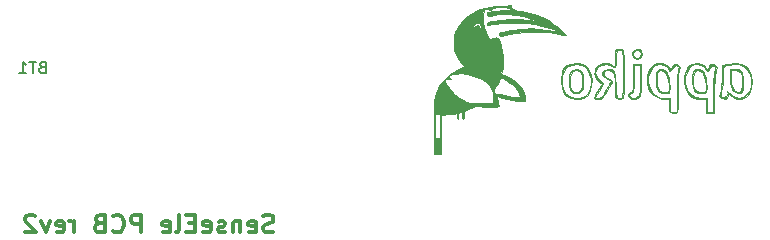
<source format=gbo>
G04 #@! TF.GenerationSoftware,KiCad,Pcbnew,5.1.5-52549c5~84~ubuntu18.04.1*
G04 #@! TF.CreationDate,2020-01-10T15:39:39+05:30*
G04 #@! TF.ProjectId,senseEle_PCB_Antenna_rev2,73656e73-6545-46c6-955f-5043425f416e,rev?*
G04 #@! TF.SameCoordinates,Original*
G04 #@! TF.FileFunction,Legend,Bot*
G04 #@! TF.FilePolarity,Positive*
%FSLAX46Y46*%
G04 Gerber Fmt 4.6, Leading zero omitted, Abs format (unit mm)*
G04 Created by KiCad (PCBNEW 5.1.5-52549c5~84~ubuntu18.04.1) date 2020-01-10 15:39:39*
%MOMM*%
%LPD*%
G04 APERTURE LIST*
%ADD10C,0.300000*%
%ADD11C,0.010000*%
%ADD12C,0.150000*%
G04 APERTURE END LIST*
D10*
X37950000Y-45857142D02*
X37735714Y-45928571D01*
X37378571Y-45928571D01*
X37235714Y-45857142D01*
X37164285Y-45785714D01*
X37092857Y-45642857D01*
X37092857Y-45500000D01*
X37164285Y-45357142D01*
X37235714Y-45285714D01*
X37378571Y-45214285D01*
X37664285Y-45142857D01*
X37807142Y-45071428D01*
X37878571Y-45000000D01*
X37950000Y-44857142D01*
X37950000Y-44714285D01*
X37878571Y-44571428D01*
X37807142Y-44500000D01*
X37664285Y-44428571D01*
X37307142Y-44428571D01*
X37092857Y-44500000D01*
X35878571Y-45857142D02*
X36021428Y-45928571D01*
X36307142Y-45928571D01*
X36450000Y-45857142D01*
X36521428Y-45714285D01*
X36521428Y-45142857D01*
X36450000Y-45000000D01*
X36307142Y-44928571D01*
X36021428Y-44928571D01*
X35878571Y-45000000D01*
X35807142Y-45142857D01*
X35807142Y-45285714D01*
X36521428Y-45428571D01*
X35164285Y-44928571D02*
X35164285Y-45928571D01*
X35164285Y-45071428D02*
X35092857Y-45000000D01*
X34950000Y-44928571D01*
X34735714Y-44928571D01*
X34592857Y-45000000D01*
X34521428Y-45142857D01*
X34521428Y-45928571D01*
X33878571Y-45857142D02*
X33735714Y-45928571D01*
X33450000Y-45928571D01*
X33307142Y-45857142D01*
X33235714Y-45714285D01*
X33235714Y-45642857D01*
X33307142Y-45500000D01*
X33450000Y-45428571D01*
X33664285Y-45428571D01*
X33807142Y-45357142D01*
X33878571Y-45214285D01*
X33878571Y-45142857D01*
X33807142Y-45000000D01*
X33664285Y-44928571D01*
X33450000Y-44928571D01*
X33307142Y-45000000D01*
X32021428Y-45857142D02*
X32164285Y-45928571D01*
X32449999Y-45928571D01*
X32592857Y-45857142D01*
X32664285Y-45714285D01*
X32664285Y-45142857D01*
X32592857Y-45000000D01*
X32449999Y-44928571D01*
X32164285Y-44928571D01*
X32021428Y-45000000D01*
X31949999Y-45142857D01*
X31949999Y-45285714D01*
X32664285Y-45428571D01*
X31307142Y-45142857D02*
X30807142Y-45142857D01*
X30592857Y-45928571D02*
X31307142Y-45928571D01*
X31307142Y-44428571D01*
X30592857Y-44428571D01*
X29735714Y-45928571D02*
X29878571Y-45857142D01*
X29950000Y-45714285D01*
X29950000Y-44428571D01*
X28592857Y-45857142D02*
X28735714Y-45928571D01*
X29021428Y-45928571D01*
X29164285Y-45857142D01*
X29235714Y-45714285D01*
X29235714Y-45142857D01*
X29164285Y-45000000D01*
X29021428Y-44928571D01*
X28735714Y-44928571D01*
X28592857Y-45000000D01*
X28521428Y-45142857D01*
X28521428Y-45285714D01*
X29235714Y-45428571D01*
X26735714Y-45928571D02*
X26735714Y-44428571D01*
X26164285Y-44428571D01*
X26021428Y-44500000D01*
X25950000Y-44571428D01*
X25878571Y-44714285D01*
X25878571Y-44928571D01*
X25950000Y-45071428D01*
X26021428Y-45142857D01*
X26164285Y-45214285D01*
X26735714Y-45214285D01*
X24378571Y-45785714D02*
X24449999Y-45857142D01*
X24664285Y-45928571D01*
X24807142Y-45928571D01*
X25021428Y-45857142D01*
X25164285Y-45714285D01*
X25235714Y-45571428D01*
X25307142Y-45285714D01*
X25307142Y-45071428D01*
X25235714Y-44785714D01*
X25164285Y-44642857D01*
X25021428Y-44500000D01*
X24807142Y-44428571D01*
X24664285Y-44428571D01*
X24449999Y-44500000D01*
X24378571Y-44571428D01*
X23235714Y-45142857D02*
X23021428Y-45214285D01*
X22949999Y-45285714D01*
X22878571Y-45428571D01*
X22878571Y-45642857D01*
X22949999Y-45785714D01*
X23021428Y-45857142D01*
X23164285Y-45928571D01*
X23735714Y-45928571D01*
X23735714Y-44428571D01*
X23235714Y-44428571D01*
X23092857Y-44500000D01*
X23021428Y-44571428D01*
X22949999Y-44714285D01*
X22949999Y-44857142D01*
X23021428Y-45000000D01*
X23092857Y-45071428D01*
X23235714Y-45142857D01*
X23735714Y-45142857D01*
X21092857Y-45928571D02*
X21092857Y-44928571D01*
X21092857Y-45214285D02*
X21021428Y-45071428D01*
X20949999Y-45000000D01*
X20807142Y-44928571D01*
X20664285Y-44928571D01*
X19592857Y-45857142D02*
X19735714Y-45928571D01*
X20021428Y-45928571D01*
X20164285Y-45857142D01*
X20235714Y-45714285D01*
X20235714Y-45142857D01*
X20164285Y-45000000D01*
X20021428Y-44928571D01*
X19735714Y-44928571D01*
X19592857Y-45000000D01*
X19521428Y-45142857D01*
X19521428Y-45285714D01*
X20235714Y-45428571D01*
X19021428Y-44928571D02*
X18664285Y-45928571D01*
X18307142Y-44928571D01*
X17807142Y-44571428D02*
X17735714Y-44500000D01*
X17592857Y-44428571D01*
X17235714Y-44428571D01*
X17092857Y-44500000D01*
X17021428Y-44571428D01*
X16949999Y-44714285D01*
X16949999Y-44857142D01*
X17021428Y-45071428D01*
X17878571Y-45928571D01*
X16949999Y-45928571D01*
D11*
G36*
X63310086Y-32158463D02*
G01*
X63107113Y-32352763D01*
X62995494Y-32681929D01*
X62973211Y-33150323D01*
X62993168Y-33421177D01*
X63050167Y-33774849D01*
X63148223Y-33990187D01*
X63311960Y-34097392D01*
X63566004Y-34126665D01*
X63568416Y-34126666D01*
X63817738Y-34097706D01*
X63978688Y-33987341D01*
X64041147Y-33903257D01*
X64139524Y-33659845D01*
X64183722Y-33297548D01*
X64184999Y-33234842D01*
X64111538Y-33234842D01*
X64069734Y-33568279D01*
X63979573Y-33819898D01*
X63941592Y-33872013D01*
X63720440Y-34011168D01*
X63470016Y-34020994D01*
X63250629Y-33907981D01*
X63161013Y-33788000D01*
X63071563Y-33493662D01*
X63048040Y-33140937D01*
X63084262Y-32783199D01*
X63174047Y-32473820D01*
X63311213Y-32266173D01*
X63339842Y-32244129D01*
X63570062Y-32181894D01*
X63816466Y-32250836D01*
X63945310Y-32353428D01*
X64049475Y-32566437D01*
X64104835Y-32880568D01*
X64111538Y-33234842D01*
X64184999Y-33234842D01*
X64187530Y-33110666D01*
X64156617Y-32652512D01*
X64058740Y-32339505D01*
X63886188Y-32158167D01*
X63631251Y-32095016D01*
X63606430Y-32094666D01*
X63310086Y-32158463D01*
G37*
X63310086Y-32158463D02*
X63107113Y-32352763D01*
X62995494Y-32681929D01*
X62973211Y-33150323D01*
X62993168Y-33421177D01*
X63050167Y-33774849D01*
X63148223Y-33990187D01*
X63311960Y-34097392D01*
X63566004Y-34126665D01*
X63568416Y-34126666D01*
X63817738Y-34097706D01*
X63978688Y-33987341D01*
X64041147Y-33903257D01*
X64139524Y-33659845D01*
X64183722Y-33297548D01*
X64184999Y-33234842D01*
X64111538Y-33234842D01*
X64069734Y-33568279D01*
X63979573Y-33819898D01*
X63941592Y-33872013D01*
X63720440Y-34011168D01*
X63470016Y-34020994D01*
X63250629Y-33907981D01*
X63161013Y-33788000D01*
X63071563Y-33493662D01*
X63048040Y-33140937D01*
X63084262Y-32783199D01*
X63174047Y-32473820D01*
X63311213Y-32266173D01*
X63339842Y-32244129D01*
X63570062Y-32181894D01*
X63816466Y-32250836D01*
X63945310Y-32353428D01*
X64049475Y-32566437D01*
X64104835Y-32880568D01*
X64111538Y-33234842D01*
X64184999Y-33234842D01*
X64187530Y-33110666D01*
X64156617Y-32652512D01*
X64058740Y-32339505D01*
X63886188Y-32158167D01*
X63631251Y-32095016D01*
X63606430Y-32094666D01*
X63310086Y-32158463D01*
G36*
X76344667Y-33999666D02*
G01*
X76387000Y-34042000D01*
X76429334Y-33999666D01*
X76387000Y-33957333D01*
X76344667Y-33999666D01*
G37*
X76344667Y-33999666D02*
X76387000Y-34042000D01*
X76429334Y-33999666D01*
X76387000Y-33957333D01*
X76344667Y-33999666D01*
G36*
X76611410Y-32850601D02*
G01*
X76635343Y-33251466D01*
X76675785Y-33526898D01*
X76741848Y-33720634D01*
X76818705Y-33845434D01*
X77031655Y-34033283D01*
X77280276Y-34113810D01*
X77510933Y-34077293D01*
X77621879Y-33991027D01*
X77698452Y-33803570D01*
X77739769Y-33505368D01*
X77746827Y-33151085D01*
X77746665Y-33148876D01*
X77657000Y-33148876D01*
X77625807Y-33590250D01*
X77535977Y-33887726D01*
X77393132Y-34036079D01*
X77202896Y-34030084D01*
X76970893Y-33864515D01*
X76930926Y-33823562D01*
X76826285Y-33690314D01*
X76760410Y-33532203D01*
X76721733Y-33303410D01*
X76698687Y-32958115D01*
X76695812Y-32892229D01*
X76665957Y-32179333D01*
X77000190Y-32179333D01*
X77291785Y-32215288D01*
X77487607Y-32337970D01*
X77602713Y-32569603D01*
X77652159Y-32932413D01*
X77657000Y-33148876D01*
X77746665Y-33148876D01*
X77720618Y-32795386D01*
X77662138Y-32492933D01*
X77591549Y-32324132D01*
X77476779Y-32184334D01*
X77331971Y-32116137D01*
X77095890Y-32095311D01*
X77011625Y-32094666D01*
X76581819Y-32094666D01*
X76611410Y-32850601D01*
G37*
X76611410Y-32850601D02*
X76635343Y-33251466D01*
X76675785Y-33526898D01*
X76741848Y-33720634D01*
X76818705Y-33845434D01*
X77031655Y-34033283D01*
X77280276Y-34113810D01*
X77510933Y-34077293D01*
X77621879Y-33991027D01*
X77698452Y-33803570D01*
X77739769Y-33505368D01*
X77746827Y-33151085D01*
X77746665Y-33148876D01*
X77657000Y-33148876D01*
X77625807Y-33590250D01*
X77535977Y-33887726D01*
X77393132Y-34036079D01*
X77202896Y-34030084D01*
X76970893Y-33864515D01*
X76930926Y-33823562D01*
X76826285Y-33690314D01*
X76760410Y-33532203D01*
X76721733Y-33303410D01*
X76698687Y-32958115D01*
X76695812Y-32892229D01*
X76665957Y-32179333D01*
X77000190Y-32179333D01*
X77291785Y-32215288D01*
X77487607Y-32337970D01*
X77602713Y-32569603D01*
X77652159Y-32932413D01*
X77657000Y-33148876D01*
X77746665Y-33148876D01*
X77720618Y-32795386D01*
X77662138Y-32492933D01*
X77591549Y-32324132D01*
X77476779Y-32184334D01*
X77331971Y-32116137D01*
X77095890Y-32095311D01*
X77011625Y-32094666D01*
X76581819Y-32094666D01*
X76611410Y-32850601D01*
G36*
X70603795Y-32123056D02*
G01*
X70454012Y-32218209D01*
X70363331Y-32419772D01*
X70318726Y-32751006D01*
X70308450Y-33034753D01*
X70331752Y-33486984D01*
X70427153Y-33800606D01*
X70608471Y-33995997D01*
X70889526Y-34093535D01*
X71037604Y-34110026D01*
X71279309Y-34117054D01*
X71404766Y-34081119D01*
X71465878Y-33979230D01*
X71484653Y-33911998D01*
X71504044Y-33710205D01*
X71435091Y-33710205D01*
X71405567Y-33909306D01*
X71283616Y-34020795D01*
X71074834Y-34046307D01*
X70834883Y-33991354D01*
X70619423Y-33861450D01*
X70585187Y-33828048D01*
X70476574Y-33689431D01*
X70417000Y-33530682D01*
X70393908Y-33298943D01*
X70393336Y-33020573D01*
X70413218Y-32688865D01*
X70456593Y-32428945D01*
X70508827Y-32298910D01*
X70689587Y-32193344D01*
X70906937Y-32222626D01*
X71115029Y-32373691D01*
X71205099Y-32497309D01*
X71298817Y-32733179D01*
X71374322Y-33055742D01*
X71422713Y-33402313D01*
X71435091Y-33710205D01*
X71504044Y-33710205D01*
X71514431Y-33602126D01*
X71487653Y-33210408D01*
X71414094Y-32810796D01*
X71303528Y-32477246D01*
X71291715Y-32452215D01*
X71164318Y-32240879D01*
X71014703Y-32142550D01*
X70825705Y-32111052D01*
X70603795Y-32123056D01*
G37*
X70603795Y-32123056D02*
X70454012Y-32218209D01*
X70363331Y-32419772D01*
X70318726Y-32751006D01*
X70308450Y-33034753D01*
X70331752Y-33486984D01*
X70427153Y-33800606D01*
X70608471Y-33995997D01*
X70889526Y-34093535D01*
X71037604Y-34110026D01*
X71279309Y-34117054D01*
X71404766Y-34081119D01*
X71465878Y-33979230D01*
X71484653Y-33911998D01*
X71504044Y-33710205D01*
X71435091Y-33710205D01*
X71405567Y-33909306D01*
X71283616Y-34020795D01*
X71074834Y-34046307D01*
X70834883Y-33991354D01*
X70619423Y-33861450D01*
X70585187Y-33828048D01*
X70476574Y-33689431D01*
X70417000Y-33530682D01*
X70393908Y-33298943D01*
X70393336Y-33020573D01*
X70413218Y-32688865D01*
X70456593Y-32428945D01*
X70508827Y-32298910D01*
X70689587Y-32193344D01*
X70906937Y-32222626D01*
X71115029Y-32373691D01*
X71205099Y-32497309D01*
X71298817Y-32733179D01*
X71374322Y-33055742D01*
X71422713Y-33402313D01*
X71435091Y-33710205D01*
X71504044Y-33710205D01*
X71514431Y-33602126D01*
X71487653Y-33210408D01*
X71414094Y-32810796D01*
X71303528Y-32477246D01*
X71291715Y-32452215D01*
X71164318Y-32240879D01*
X71014703Y-32142550D01*
X70825705Y-32111052D01*
X70603795Y-32123056D01*
G36*
X73742282Y-32117084D02*
G01*
X73599011Y-32198254D01*
X73504848Y-32384192D01*
X73436082Y-32704529D01*
X73424681Y-32778019D01*
X73411349Y-33149421D01*
X73467102Y-33524137D01*
X73578576Y-33839884D01*
X73685952Y-33995856D01*
X73869289Y-34086849D01*
X74153845Y-34126207D01*
X74190102Y-34126666D01*
X74427928Y-34114709D01*
X74550330Y-34060668D01*
X74610569Y-33937289D01*
X74618456Y-33907471D01*
X74637193Y-33710246D01*
X74567768Y-33710246D01*
X74538234Y-33909306D01*
X74418367Y-34013887D01*
X74209060Y-34044904D01*
X73971733Y-34005703D01*
X73767804Y-33899631D01*
X73731347Y-33865340D01*
X73599801Y-33656292D01*
X73512440Y-33399067D01*
X73511795Y-33395670D01*
X73487946Y-33099095D01*
X73509543Y-32776782D01*
X73567719Y-32487823D01*
X73653603Y-32291310D01*
X73682211Y-32260228D01*
X73887165Y-32185842D01*
X74110003Y-32254490D01*
X74308507Y-32450901D01*
X74337619Y-32497309D01*
X74431406Y-32733164D01*
X74506966Y-33055736D01*
X74555389Y-33402328D01*
X74567768Y-33710246D01*
X74637193Y-33710246D01*
X74647516Y-33601595D01*
X74620718Y-33213186D01*
X74547870Y-32815795D01*
X74438781Y-32482971D01*
X74424382Y-32452215D01*
X74296985Y-32240879D01*
X74147370Y-32142550D01*
X73958371Y-32111052D01*
X73742282Y-32117084D01*
G37*
X73742282Y-32117084D02*
X73599011Y-32198254D01*
X73504848Y-32384192D01*
X73436082Y-32704529D01*
X73424681Y-32778019D01*
X73411349Y-33149421D01*
X73467102Y-33524137D01*
X73578576Y-33839884D01*
X73685952Y-33995856D01*
X73869289Y-34086849D01*
X74153845Y-34126207D01*
X74190102Y-34126666D01*
X74427928Y-34114709D01*
X74550330Y-34060668D01*
X74610569Y-33937289D01*
X74618456Y-33907471D01*
X74637193Y-33710246D01*
X74567768Y-33710246D01*
X74538234Y-33909306D01*
X74418367Y-34013887D01*
X74209060Y-34044904D01*
X73971733Y-34005703D01*
X73767804Y-33899631D01*
X73731347Y-33865340D01*
X73599801Y-33656292D01*
X73512440Y-33399067D01*
X73511795Y-33395670D01*
X73487946Y-33099095D01*
X73509543Y-32776782D01*
X73567719Y-32487823D01*
X73653603Y-32291310D01*
X73682211Y-32260228D01*
X73887165Y-32185842D01*
X74110003Y-32254490D01*
X74308507Y-32450901D01*
X74337619Y-32497309D01*
X74431406Y-32733164D01*
X74506966Y-33055736D01*
X74555389Y-33402328D01*
X74567768Y-33710246D01*
X74637193Y-33710246D01*
X74647516Y-33601595D01*
X74620718Y-33213186D01*
X74547870Y-32815795D01*
X74438781Y-32482971D01*
X74424382Y-32452215D01*
X74296985Y-32240879D01*
X74147370Y-32142550D01*
X73958371Y-32111052D01*
X73742282Y-32117084D01*
G36*
X68476448Y-30442142D02*
G01*
X68324103Y-30618140D01*
X68292253Y-30854459D01*
X68366978Y-31050787D01*
X68520765Y-31161064D01*
X68749456Y-31207644D01*
X68965820Y-31175667D01*
X68999834Y-31158598D01*
X69110102Y-31007120D01*
X69143345Y-30789455D01*
X69039827Y-30789455D01*
X69007497Y-30991151D01*
X68977755Y-31037432D01*
X68840909Y-31147992D01*
X68677498Y-31135250D01*
X68549768Y-31075687D01*
X68412832Y-30929488D01*
X68395516Y-30743329D01*
X68473991Y-30567228D01*
X68624427Y-30451205D01*
X68822998Y-30445280D01*
X68846265Y-30453309D01*
X68979883Y-30582632D01*
X69039827Y-30789455D01*
X69143345Y-30789455D01*
X69145245Y-30777018D01*
X69097219Y-30545148D01*
X69069486Y-30493055D01*
X68937829Y-30408676D01*
X68726921Y-30373115D01*
X68724667Y-30373111D01*
X68476448Y-30442142D01*
G37*
X68476448Y-30442142D02*
X68324103Y-30618140D01*
X68292253Y-30854459D01*
X68366978Y-31050787D01*
X68520765Y-31161064D01*
X68749456Y-31207644D01*
X68965820Y-31175667D01*
X68999834Y-31158598D01*
X69110102Y-31007120D01*
X69143345Y-30789455D01*
X69039827Y-30789455D01*
X69007497Y-30991151D01*
X68977755Y-31037432D01*
X68840909Y-31147992D01*
X68677498Y-31135250D01*
X68549768Y-31075687D01*
X68412832Y-30929488D01*
X68395516Y-30743329D01*
X68473991Y-30567228D01*
X68624427Y-30451205D01*
X68822998Y-30445280D01*
X68846265Y-30453309D01*
X68979883Y-30582632D01*
X69039827Y-30789455D01*
X69143345Y-30789455D01*
X69145245Y-30777018D01*
X69097219Y-30545148D01*
X69069486Y-30493055D01*
X68937829Y-30408676D01*
X68726921Y-30373115D01*
X68724667Y-30373111D01*
X68476448Y-30442142D01*
G36*
X63140214Y-31632087D02*
G01*
X62772458Y-31772309D01*
X62513150Y-32034729D01*
X62356121Y-32426219D01*
X62295199Y-32953651D01*
X62294067Y-33086780D01*
X62347593Y-33643920D01*
X62503056Y-34068687D01*
X62766081Y-34367985D01*
X63142291Y-34548714D01*
X63537696Y-34613180D01*
X63903459Y-34613141D01*
X64182187Y-34548197D01*
X64322000Y-34482087D01*
X64587057Y-34246204D01*
X64772077Y-33899741D01*
X64876144Y-33481828D01*
X64883290Y-33336863D01*
X64814627Y-33336863D01*
X64731773Y-33759482D01*
X64554154Y-34121745D01*
X64292977Y-34375900D01*
X63932592Y-34516791D01*
X63519403Y-34541553D01*
X63124108Y-34449901D01*
X62987727Y-34381124D01*
X62674268Y-34124090D01*
X62478453Y-33793046D01*
X62386424Y-33358684D01*
X62374984Y-33085295D01*
X62408185Y-32605782D01*
X62518149Y-32247441D01*
X62719509Y-31973922D01*
X62873293Y-31847341D01*
X63197114Y-31707985D01*
X63589054Y-31670919D01*
X63982113Y-31736373D01*
X64221090Y-31842732D01*
X64505947Y-32106823D01*
X64700579Y-32470538D01*
X64803851Y-32893883D01*
X64814627Y-33336863D01*
X64883290Y-33336863D01*
X64898340Y-33031599D01*
X64837748Y-32588184D01*
X64693452Y-32190715D01*
X64464534Y-31878325D01*
X64384589Y-31811013D01*
X64114682Y-31681410D01*
X63722814Y-31614168D01*
X63622589Y-31607191D01*
X63140214Y-31632087D01*
G37*
X63140214Y-31632087D02*
X62772458Y-31772309D01*
X62513150Y-32034729D01*
X62356121Y-32426219D01*
X62295199Y-32953651D01*
X62294067Y-33086780D01*
X62347593Y-33643920D01*
X62503056Y-34068687D01*
X62766081Y-34367985D01*
X63142291Y-34548714D01*
X63537696Y-34613180D01*
X63903459Y-34613141D01*
X64182187Y-34548197D01*
X64322000Y-34482087D01*
X64587057Y-34246204D01*
X64772077Y-33899741D01*
X64876144Y-33481828D01*
X64883290Y-33336863D01*
X64814627Y-33336863D01*
X64731773Y-33759482D01*
X64554154Y-34121745D01*
X64292977Y-34375900D01*
X63932592Y-34516791D01*
X63519403Y-34541553D01*
X63124108Y-34449901D01*
X62987727Y-34381124D01*
X62674268Y-34124090D01*
X62478453Y-33793046D01*
X62386424Y-33358684D01*
X62374984Y-33085295D01*
X62408185Y-32605782D01*
X62518149Y-32247441D01*
X62719509Y-31973922D01*
X62873293Y-31847341D01*
X63197114Y-31707985D01*
X63589054Y-31670919D01*
X63982113Y-31736373D01*
X64221090Y-31842732D01*
X64505947Y-32106823D01*
X64700579Y-32470538D01*
X64803851Y-32893883D01*
X64814627Y-33336863D01*
X64883290Y-33336863D01*
X64898340Y-33031599D01*
X64837748Y-32588184D01*
X64693452Y-32190715D01*
X64464534Y-31878325D01*
X64384589Y-31811013D01*
X64114682Y-31681410D01*
X63722814Y-31614168D01*
X63622589Y-31607191D01*
X63140214Y-31632087D01*
G36*
X66967834Y-30391961D02*
G01*
X66912944Y-30453894D01*
X66879013Y-30640048D01*
X66863573Y-30968542D01*
X66862000Y-31169380D01*
X66859347Y-31528763D01*
X66847930Y-31744376D01*
X66822560Y-31841746D01*
X66778051Y-31846397D01*
X66732279Y-31807706D01*
X66509320Y-31680091D01*
X66187794Y-31609324D01*
X65832349Y-31607148D01*
X65718360Y-31623534D01*
X65415713Y-31757072D01*
X65218810Y-32014254D01*
X65139531Y-32377784D01*
X65138965Y-32467030D01*
X65171987Y-32716060D01*
X65281775Y-32907949D01*
X65448207Y-33069601D01*
X65748455Y-33329145D01*
X65409806Y-33861776D01*
X65251362Y-34135318D01*
X65146383Y-34364659D01*
X65114896Y-34505113D01*
X65117255Y-34514537D01*
X65230809Y-34603915D01*
X65433266Y-34631033D01*
X65655481Y-34594415D01*
X65787445Y-34528833D01*
X65899695Y-34404301D01*
X66056731Y-34180265D01*
X66232041Y-33901349D01*
X66399114Y-33612183D01*
X66531439Y-33357391D01*
X66602504Y-33181602D01*
X66608000Y-33147583D01*
X66538378Y-33039288D01*
X66367286Y-32920647D01*
X66332049Y-32902997D01*
X66067575Y-32733584D01*
X65916885Y-32544063D01*
X65899588Y-32364315D01*
X65936173Y-32299698D01*
X66125950Y-32188498D01*
X66367298Y-32196069D01*
X66599831Y-32314146D01*
X66686522Y-32402418D01*
X66764495Y-32520828D01*
X66815553Y-32663418D01*
X66845171Y-32866900D01*
X66858826Y-33167985D01*
X66862000Y-33578692D01*
X66865744Y-34004929D01*
X66879517Y-34290572D01*
X66907138Y-34464248D01*
X66952421Y-34554583D01*
X66995925Y-34583274D01*
X67296775Y-34624982D01*
X67518167Y-34578593D01*
X67553997Y-34522134D01*
X67581369Y-34374817D01*
X67601104Y-34120907D01*
X67614023Y-33744669D01*
X67620947Y-33230367D01*
X67622704Y-32574444D01*
X67620266Y-32110324D01*
X67539345Y-32110324D01*
X67539334Y-32501231D01*
X67536801Y-33057747D01*
X67529701Y-33556986D01*
X67518780Y-33974249D01*
X67504785Y-34284836D01*
X67488462Y-34464048D01*
X67479002Y-34497442D01*
X67357075Y-34534526D01*
X67203836Y-34532720D01*
X67113605Y-34517286D01*
X67051692Y-34476744D01*
X67011090Y-34382392D01*
X66984793Y-34205528D01*
X66965795Y-33917453D01*
X66947091Y-33489464D01*
X66946667Y-33479173D01*
X66916602Y-32960113D01*
X66868140Y-32587157D01*
X66789819Y-32337221D01*
X66670176Y-32187218D01*
X66497746Y-32114062D01*
X66261066Y-32094667D01*
X66259190Y-32094666D01*
X65991647Y-32151063D01*
X65838831Y-32295253D01*
X65801566Y-32489730D01*
X65880672Y-32696991D01*
X66076973Y-32879533D01*
X66240282Y-32957664D01*
X66427451Y-33040829D01*
X66520918Y-33112698D01*
X66523334Y-33121607D01*
X66482087Y-33225387D01*
X66375170Y-33428859D01*
X66227816Y-33688851D01*
X66065257Y-33962189D01*
X65912729Y-34205701D01*
X65795463Y-34376214D01*
X65775072Y-34401833D01*
X65648243Y-34483462D01*
X65463568Y-34539187D01*
X65285309Y-34558013D01*
X65177730Y-34528944D01*
X65168667Y-34505591D01*
X65210719Y-34417640D01*
X65321836Y-34225960D01*
X65479460Y-33969226D01*
X65507334Y-33924942D01*
X65671071Y-33655550D01*
X65791295Y-33438434D01*
X65845078Y-33315369D01*
X65846000Y-33307939D01*
X65783849Y-33209582D01*
X65630160Y-33068696D01*
X65587745Y-33036241D01*
X65318950Y-32761820D01*
X65210980Y-32460537D01*
X65261179Y-32160393D01*
X65461282Y-31873005D01*
X65752428Y-31708000D01*
X66100656Y-31673540D01*
X66472001Y-31777782D01*
X66589375Y-31841284D01*
X66740130Y-31926075D01*
X66840385Y-31945969D01*
X66901960Y-31878374D01*
X66936670Y-31700701D01*
X66956333Y-31390359D01*
X66966164Y-31121000D01*
X66980949Y-30784601D01*
X67003697Y-30584852D01*
X67044036Y-30489079D01*
X67111596Y-30464605D01*
X67158334Y-30468855D01*
X67279274Y-30488046D01*
X67371477Y-30518828D01*
X67438840Y-30581976D01*
X67485256Y-30698264D01*
X67514620Y-30888469D01*
X67530826Y-31173363D01*
X67537770Y-31573724D01*
X67539345Y-32110324D01*
X67620266Y-32110324D01*
X67619746Y-32011499D01*
X67612159Y-31503251D01*
X67600718Y-31074829D01*
X67586197Y-30751363D01*
X67569373Y-30557985D01*
X67559204Y-30515835D01*
X67424803Y-30434420D01*
X67187177Y-30390780D01*
X66967834Y-30391961D01*
G37*
X66967834Y-30391961D02*
X66912944Y-30453894D01*
X66879013Y-30640048D01*
X66863573Y-30968542D01*
X66862000Y-31169380D01*
X66859347Y-31528763D01*
X66847930Y-31744376D01*
X66822560Y-31841746D01*
X66778051Y-31846397D01*
X66732279Y-31807706D01*
X66509320Y-31680091D01*
X66187794Y-31609324D01*
X65832349Y-31607148D01*
X65718360Y-31623534D01*
X65415713Y-31757072D01*
X65218810Y-32014254D01*
X65139531Y-32377784D01*
X65138965Y-32467030D01*
X65171987Y-32716060D01*
X65281775Y-32907949D01*
X65448207Y-33069601D01*
X65748455Y-33329145D01*
X65409806Y-33861776D01*
X65251362Y-34135318D01*
X65146383Y-34364659D01*
X65114896Y-34505113D01*
X65117255Y-34514537D01*
X65230809Y-34603915D01*
X65433266Y-34631033D01*
X65655481Y-34594415D01*
X65787445Y-34528833D01*
X65899695Y-34404301D01*
X66056731Y-34180265D01*
X66232041Y-33901349D01*
X66399114Y-33612183D01*
X66531439Y-33357391D01*
X66602504Y-33181602D01*
X66608000Y-33147583D01*
X66538378Y-33039288D01*
X66367286Y-32920647D01*
X66332049Y-32902997D01*
X66067575Y-32733584D01*
X65916885Y-32544063D01*
X65899588Y-32364315D01*
X65936173Y-32299698D01*
X66125950Y-32188498D01*
X66367298Y-32196069D01*
X66599831Y-32314146D01*
X66686522Y-32402418D01*
X66764495Y-32520828D01*
X66815553Y-32663418D01*
X66845171Y-32866900D01*
X66858826Y-33167985D01*
X66862000Y-33578692D01*
X66865744Y-34004929D01*
X66879517Y-34290572D01*
X66907138Y-34464248D01*
X66952421Y-34554583D01*
X66995925Y-34583274D01*
X67296775Y-34624982D01*
X67518167Y-34578593D01*
X67553997Y-34522134D01*
X67581369Y-34374817D01*
X67601104Y-34120907D01*
X67614023Y-33744669D01*
X67620947Y-33230367D01*
X67622704Y-32574444D01*
X67620266Y-32110324D01*
X67539345Y-32110324D01*
X67539334Y-32501231D01*
X67536801Y-33057747D01*
X67529701Y-33556986D01*
X67518780Y-33974249D01*
X67504785Y-34284836D01*
X67488462Y-34464048D01*
X67479002Y-34497442D01*
X67357075Y-34534526D01*
X67203836Y-34532720D01*
X67113605Y-34517286D01*
X67051692Y-34476744D01*
X67011090Y-34382392D01*
X66984793Y-34205528D01*
X66965795Y-33917453D01*
X66947091Y-33489464D01*
X66946667Y-33479173D01*
X66916602Y-32960113D01*
X66868140Y-32587157D01*
X66789819Y-32337221D01*
X66670176Y-32187218D01*
X66497746Y-32114062D01*
X66261066Y-32094667D01*
X66259190Y-32094666D01*
X65991647Y-32151063D01*
X65838831Y-32295253D01*
X65801566Y-32489730D01*
X65880672Y-32696991D01*
X66076973Y-32879533D01*
X66240282Y-32957664D01*
X66427451Y-33040829D01*
X66520918Y-33112698D01*
X66523334Y-33121607D01*
X66482087Y-33225387D01*
X66375170Y-33428859D01*
X66227816Y-33688851D01*
X66065257Y-33962189D01*
X65912729Y-34205701D01*
X65795463Y-34376214D01*
X65775072Y-34401833D01*
X65648243Y-34483462D01*
X65463568Y-34539187D01*
X65285309Y-34558013D01*
X65177730Y-34528944D01*
X65168667Y-34505591D01*
X65210719Y-34417640D01*
X65321836Y-34225960D01*
X65479460Y-33969226D01*
X65507334Y-33924942D01*
X65671071Y-33655550D01*
X65791295Y-33438434D01*
X65845078Y-33315369D01*
X65846000Y-33307939D01*
X65783849Y-33209582D01*
X65630160Y-33068696D01*
X65587745Y-33036241D01*
X65318950Y-32761820D01*
X65210980Y-32460537D01*
X65261179Y-32160393D01*
X65461282Y-31873005D01*
X65752428Y-31708000D01*
X66100656Y-31673540D01*
X66472001Y-31777782D01*
X66589375Y-31841284D01*
X66740130Y-31926075D01*
X66840385Y-31945969D01*
X66901960Y-31878374D01*
X66936670Y-31700701D01*
X66956333Y-31390359D01*
X66966164Y-31121000D01*
X66980949Y-30784601D01*
X67003697Y-30584852D01*
X67044036Y-30489079D01*
X67111596Y-30464605D01*
X67158334Y-30468855D01*
X67279274Y-30488046D01*
X67371477Y-30518828D01*
X67438840Y-30581976D01*
X67485256Y-30698264D01*
X67514620Y-30888469D01*
X67530826Y-31173363D01*
X67537770Y-31573724D01*
X67539345Y-32110324D01*
X67620266Y-32110324D01*
X67619746Y-32011499D01*
X67612159Y-31503251D01*
X67600718Y-31074829D01*
X67586197Y-30751363D01*
X67569373Y-30557985D01*
X67559204Y-30515835D01*
X67424803Y-30434420D01*
X67187177Y-30390780D01*
X66967834Y-30391961D01*
G36*
X68386000Y-32822259D02*
G01*
X68384283Y-33285675D01*
X68376667Y-33607064D01*
X68359458Y-33813718D01*
X68328963Y-33932929D01*
X68281486Y-33991990D01*
X68224495Y-34015420D01*
X68066174Y-34128961D01*
X68016436Y-34313746D01*
X68092849Y-34498227D01*
X68103252Y-34509156D01*
X68322908Y-34618665D01*
X68599586Y-34603090D01*
X68767000Y-34533494D01*
X68929600Y-34417891D01*
X68998537Y-34345569D01*
X69020260Y-34232526D01*
X69038851Y-33982002D01*
X69052849Y-33625838D01*
X69060793Y-33195878D01*
X69062037Y-32962500D01*
X69063248Y-31756000D01*
X68978667Y-31756000D01*
X68978667Y-32980368D01*
X68977126Y-33462157D01*
X68969889Y-33804184D01*
X68953034Y-34036008D01*
X68922641Y-34187190D01*
X68874789Y-34287292D01*
X68805556Y-34365874D01*
X68793369Y-34377368D01*
X68557708Y-34518985D01*
X68318606Y-34538933D01*
X68155550Y-34455016D01*
X68097602Y-34311157D01*
X68148724Y-34175378D01*
X68259000Y-34126666D01*
X68340642Y-34102742D01*
X68398809Y-34015698D01*
X68437179Y-33842625D01*
X68459427Y-33560615D01*
X68469229Y-33146759D01*
X68470667Y-32807408D01*
X68470667Y-31756000D01*
X68978667Y-31756000D01*
X69063248Y-31756000D01*
X69063334Y-31671333D01*
X68386000Y-31671333D01*
X68386000Y-32822259D01*
G37*
X68386000Y-32822259D02*
X68384283Y-33285675D01*
X68376667Y-33607064D01*
X68359458Y-33813718D01*
X68328963Y-33932929D01*
X68281486Y-33991990D01*
X68224495Y-34015420D01*
X68066174Y-34128961D01*
X68016436Y-34313746D01*
X68092849Y-34498227D01*
X68103252Y-34509156D01*
X68322908Y-34618665D01*
X68599586Y-34603090D01*
X68767000Y-34533494D01*
X68929600Y-34417891D01*
X68998537Y-34345569D01*
X69020260Y-34232526D01*
X69038851Y-33982002D01*
X69052849Y-33625838D01*
X69060793Y-33195878D01*
X69062037Y-32962500D01*
X69063248Y-31756000D01*
X68978667Y-31756000D01*
X68978667Y-32980368D01*
X68977126Y-33462157D01*
X68969889Y-33804184D01*
X68953034Y-34036008D01*
X68922641Y-34187190D01*
X68874789Y-34287292D01*
X68805556Y-34365874D01*
X68793369Y-34377368D01*
X68557708Y-34518985D01*
X68318606Y-34538933D01*
X68155550Y-34455016D01*
X68097602Y-34311157D01*
X68148724Y-34175378D01*
X68259000Y-34126666D01*
X68340642Y-34102742D01*
X68398809Y-34015698D01*
X68437179Y-33842625D01*
X68459427Y-33560615D01*
X68469229Y-33146759D01*
X68470667Y-32807408D01*
X68470667Y-31756000D01*
X68978667Y-31756000D01*
X69063248Y-31756000D01*
X69063334Y-31671333D01*
X68386000Y-31671333D01*
X68386000Y-32822259D01*
G36*
X76410265Y-31665652D02*
G01*
X76348835Y-31678349D01*
X75921334Y-31770031D01*
X75919314Y-32630849D01*
X75910190Y-33122143D01*
X75880058Y-33507442D01*
X75820799Y-33849593D01*
X75724293Y-34211442D01*
X75708318Y-34264087D01*
X75699238Y-34397253D01*
X75799348Y-34487486D01*
X75934608Y-34541940D01*
X76162425Y-34585938D01*
X76320349Y-34509474D01*
X76451605Y-34289728D01*
X76463295Y-34262826D01*
X76536801Y-34236996D01*
X76621415Y-34313838D01*
X76863503Y-34495608D01*
X77196538Y-34603983D01*
X77552417Y-34623687D01*
X77784000Y-34574601D01*
X78083459Y-34377254D01*
X78302053Y-34045827D01*
X78430241Y-33599818D01*
X78461334Y-33190505D01*
X78459129Y-33169725D01*
X78376667Y-33169725D01*
X78355265Y-33525512D01*
X78298591Y-33826862D01*
X78251359Y-33954062D01*
X78007991Y-34280143D01*
X77697376Y-34482187D01*
X77353659Y-34546658D01*
X77010986Y-34460025D01*
X76995268Y-34451896D01*
X76801251Y-34309800D01*
X76702184Y-34201443D01*
X76566275Y-34104631D01*
X76424359Y-34116194D01*
X76346499Y-34226155D01*
X76344667Y-34252358D01*
X76274983Y-34413449D01*
X76105501Y-34484889D01*
X75953171Y-34462258D01*
X75852613Y-34413156D01*
X75813830Y-34335978D01*
X75831091Y-34184105D01*
X75889671Y-33945557D01*
X75942235Y-33653957D01*
X75982439Y-33261573D01*
X76004000Y-32836844D01*
X76006000Y-32677940D01*
X76008008Y-32276898D01*
X76032414Y-32013228D01*
X76106791Y-31855047D01*
X76258713Y-31770472D01*
X76515753Y-31727619D01*
X76852667Y-31698952D01*
X77172514Y-31681854D01*
X77388907Y-31702409D01*
X77565743Y-31772441D01*
X77697319Y-31855257D01*
X78058443Y-32166238D01*
X78275772Y-32524162D01*
X78369368Y-32967850D01*
X78376667Y-33169725D01*
X78459129Y-33169725D01*
X78401377Y-32625540D01*
X78223893Y-32181488D01*
X77932461Y-31860912D01*
X77530659Y-31666372D01*
X77022068Y-31600432D01*
X76410265Y-31665652D01*
G37*
X76410265Y-31665652D02*
X76348835Y-31678349D01*
X75921334Y-31770031D01*
X75919314Y-32630849D01*
X75910190Y-33122143D01*
X75880058Y-33507442D01*
X75820799Y-33849593D01*
X75724293Y-34211442D01*
X75708318Y-34264087D01*
X75699238Y-34397253D01*
X75799348Y-34487486D01*
X75934608Y-34541940D01*
X76162425Y-34585938D01*
X76320349Y-34509474D01*
X76451605Y-34289728D01*
X76463295Y-34262826D01*
X76536801Y-34236996D01*
X76621415Y-34313838D01*
X76863503Y-34495608D01*
X77196538Y-34603983D01*
X77552417Y-34623687D01*
X77784000Y-34574601D01*
X78083459Y-34377254D01*
X78302053Y-34045827D01*
X78430241Y-33599818D01*
X78461334Y-33190505D01*
X78459129Y-33169725D01*
X78376667Y-33169725D01*
X78355265Y-33525512D01*
X78298591Y-33826862D01*
X78251359Y-33954062D01*
X78007991Y-34280143D01*
X77697376Y-34482187D01*
X77353659Y-34546658D01*
X77010986Y-34460025D01*
X76995268Y-34451896D01*
X76801251Y-34309800D01*
X76702184Y-34201443D01*
X76566275Y-34104631D01*
X76424359Y-34116194D01*
X76346499Y-34226155D01*
X76344667Y-34252358D01*
X76274983Y-34413449D01*
X76105501Y-34484889D01*
X75953171Y-34462258D01*
X75852613Y-34413156D01*
X75813830Y-34335978D01*
X75831091Y-34184105D01*
X75889671Y-33945557D01*
X75942235Y-33653957D01*
X75982439Y-33261573D01*
X76004000Y-32836844D01*
X76006000Y-32677940D01*
X76008008Y-32276898D01*
X76032414Y-32013228D01*
X76106791Y-31855047D01*
X76258713Y-31770472D01*
X76515753Y-31727619D01*
X76852667Y-31698952D01*
X77172514Y-31681854D01*
X77388907Y-31702409D01*
X77565743Y-31772441D01*
X77697319Y-31855257D01*
X78058443Y-32166238D01*
X78275772Y-32524162D01*
X78369368Y-32967850D01*
X78376667Y-33169725D01*
X78459129Y-33169725D01*
X78401377Y-32625540D01*
X78223893Y-32181488D01*
X77932461Y-31860912D01*
X77530659Y-31666372D01*
X77022068Y-31600432D01*
X76410265Y-31665652D01*
G36*
X70436363Y-31619334D02*
G01*
X70109545Y-31744541D01*
X69859949Y-31994522D01*
X69688550Y-32356601D01*
X69601249Y-32789756D01*
X69603946Y-33252959D01*
X69702543Y-33705188D01*
X69795707Y-33926405D01*
X70041832Y-34238578D01*
X70401317Y-34476559D01*
X70824775Y-34612918D01*
X71070940Y-34634666D01*
X71434000Y-34634666D01*
X71434000Y-35175941D01*
X71444732Y-35493653D01*
X71482133Y-35677634D01*
X71554008Y-35762430D01*
X71567925Y-35768608D01*
X71776203Y-35813002D01*
X71993867Y-35812081D01*
X72136315Y-35766593D01*
X72139556Y-35763555D01*
X72157212Y-35664957D01*
X72172610Y-35424291D01*
X72184823Y-35068816D01*
X72192927Y-34625791D01*
X72195996Y-34122476D01*
X72196000Y-34101211D01*
X72201617Y-33483107D01*
X72217668Y-32952427D01*
X72242955Y-32532767D01*
X72276279Y-32247722D01*
X72294232Y-32167443D01*
X72355265Y-31931856D01*
X72353315Y-31919274D01*
X72256927Y-31919274D01*
X72242734Y-32071598D01*
X72207453Y-32182875D01*
X72171612Y-32376637D01*
X72143205Y-32719474D01*
X72123242Y-33191246D01*
X72112731Y-33771817D01*
X72111334Y-34102331D01*
X72111334Y-35746062D01*
X71561000Y-35693000D01*
X71510930Y-34550000D01*
X71125428Y-34550000D01*
X70809684Y-34517284D01*
X70506666Y-34436063D01*
X70444407Y-34409767D01*
X70116266Y-34178846D01*
X69880771Y-33861737D01*
X69735258Y-33487571D01*
X69677064Y-33085478D01*
X69703525Y-32684591D01*
X69811977Y-32314041D01*
X69999756Y-32002958D01*
X70264199Y-31780473D01*
X70602640Y-31675719D01*
X70694819Y-31671333D01*
X70949722Y-31718942D01*
X71193623Y-31838872D01*
X71372711Y-31996775D01*
X71434000Y-32143145D01*
X71475155Y-32241956D01*
X71572803Y-32219869D01*
X71688219Y-32096012D01*
X71746398Y-31988833D01*
X71880165Y-31798486D01*
X72051469Y-31770201D01*
X72186286Y-31832871D01*
X72256927Y-31919274D01*
X72353315Y-31919274D01*
X72335839Y-31806565D01*
X72208614Y-31741080D01*
X72043452Y-31704323D01*
X71849297Y-31685987D01*
X71745086Y-31758653D01*
X71690001Y-31877738D01*
X71603751Y-32104593D01*
X71408060Y-31877090D01*
X71146520Y-31691077D01*
X70802662Y-31603121D01*
X70436363Y-31619334D01*
G37*
X70436363Y-31619334D02*
X70109545Y-31744541D01*
X69859949Y-31994522D01*
X69688550Y-32356601D01*
X69601249Y-32789756D01*
X69603946Y-33252959D01*
X69702543Y-33705188D01*
X69795707Y-33926405D01*
X70041832Y-34238578D01*
X70401317Y-34476559D01*
X70824775Y-34612918D01*
X71070940Y-34634666D01*
X71434000Y-34634666D01*
X71434000Y-35175941D01*
X71444732Y-35493653D01*
X71482133Y-35677634D01*
X71554008Y-35762430D01*
X71567925Y-35768608D01*
X71776203Y-35813002D01*
X71993867Y-35812081D01*
X72136315Y-35766593D01*
X72139556Y-35763555D01*
X72157212Y-35664957D01*
X72172610Y-35424291D01*
X72184823Y-35068816D01*
X72192927Y-34625791D01*
X72195996Y-34122476D01*
X72196000Y-34101211D01*
X72201617Y-33483107D01*
X72217668Y-32952427D01*
X72242955Y-32532767D01*
X72276279Y-32247722D01*
X72294232Y-32167443D01*
X72355265Y-31931856D01*
X72353315Y-31919274D01*
X72256927Y-31919274D01*
X72242734Y-32071598D01*
X72207453Y-32182875D01*
X72171612Y-32376637D01*
X72143205Y-32719474D01*
X72123242Y-33191246D01*
X72112731Y-33771817D01*
X72111334Y-34102331D01*
X72111334Y-35746062D01*
X71561000Y-35693000D01*
X71510930Y-34550000D01*
X71125428Y-34550000D01*
X70809684Y-34517284D01*
X70506666Y-34436063D01*
X70444407Y-34409767D01*
X70116266Y-34178846D01*
X69880771Y-33861737D01*
X69735258Y-33487571D01*
X69677064Y-33085478D01*
X69703525Y-32684591D01*
X69811977Y-32314041D01*
X69999756Y-32002958D01*
X70264199Y-31780473D01*
X70602640Y-31675719D01*
X70694819Y-31671333D01*
X70949722Y-31718942D01*
X71193623Y-31838872D01*
X71372711Y-31996775D01*
X71434000Y-32143145D01*
X71475155Y-32241956D01*
X71572803Y-32219869D01*
X71688219Y-32096012D01*
X71746398Y-31988833D01*
X71880165Y-31798486D01*
X72051469Y-31770201D01*
X72186286Y-31832871D01*
X72256927Y-31919274D01*
X72353315Y-31919274D01*
X72335839Y-31806565D01*
X72208614Y-31741080D01*
X72043452Y-31704323D01*
X71849297Y-31685987D01*
X71745086Y-31758653D01*
X71690001Y-31877738D01*
X71603751Y-32104593D01*
X71408060Y-31877090D01*
X71146520Y-31691077D01*
X70802662Y-31603121D01*
X70436363Y-31619334D01*
G36*
X73446943Y-31644874D02*
G01*
X73160377Y-31788619D01*
X73072757Y-31872266D01*
X72850470Y-32245163D01*
X72734087Y-32692238D01*
X72720307Y-33169854D01*
X72805828Y-33634375D01*
X72987348Y-34042165D01*
X73260098Y-34348469D01*
X73547887Y-34509092D01*
X73917708Y-34596601D01*
X74052053Y-34611521D01*
X74559452Y-34657530D01*
X74609000Y-35777666D01*
X74915596Y-35803294D01*
X75222191Y-35828921D01*
X75267524Y-34152294D01*
X75289356Y-33539233D01*
X75318746Y-33005597D01*
X75353821Y-32575940D01*
X75392708Y-32274818D01*
X75419612Y-32158238D01*
X75486771Y-31927318D01*
X75480155Y-31886464D01*
X75379603Y-31886464D01*
X75375088Y-32039328D01*
X75273899Y-32518337D01*
X75204524Y-33157711D01*
X75167494Y-33951398D01*
X75161036Y-34486500D01*
X75159334Y-35735333D01*
X74651334Y-35735333D01*
X74651334Y-34570352D01*
X74158964Y-34534737D01*
X73664365Y-34436120D01*
X73283857Y-34216053D01*
X73006919Y-33867743D01*
X72949994Y-33754042D01*
X72805217Y-33263304D01*
X72800761Y-32770812D01*
X72931812Y-32315715D01*
X73170399Y-31961075D01*
X73383463Y-31769418D01*
X73588400Y-31685721D01*
X73782080Y-31671333D01*
X74064643Y-31717032D01*
X74322712Y-31834102D01*
X74506333Y-31992501D01*
X74566667Y-32143145D01*
X74634575Y-32250030D01*
X74693667Y-32264000D01*
X74798709Y-32194107D01*
X74820667Y-32105033D01*
X74891514Y-31900976D01*
X75066928Y-31791463D01*
X75247678Y-31799500D01*
X75379603Y-31886464D01*
X75480155Y-31886464D01*
X75466862Y-31804386D01*
X75332275Y-31738879D01*
X75171203Y-31703340D01*
X74976375Y-31683419D01*
X74870669Y-31755564D01*
X74801223Y-31908185D01*
X74730843Y-32077468D01*
X74681786Y-32101979D01*
X74618029Y-31996274D01*
X74612178Y-31984562D01*
X74418620Y-31769777D01*
X74126362Y-31639122D01*
X73785704Y-31596264D01*
X73446943Y-31644874D01*
G37*
X73446943Y-31644874D02*
X73160377Y-31788619D01*
X73072757Y-31872266D01*
X72850470Y-32245163D01*
X72734087Y-32692238D01*
X72720307Y-33169854D01*
X72805828Y-33634375D01*
X72987348Y-34042165D01*
X73260098Y-34348469D01*
X73547887Y-34509092D01*
X73917708Y-34596601D01*
X74052053Y-34611521D01*
X74559452Y-34657530D01*
X74609000Y-35777666D01*
X74915596Y-35803294D01*
X75222191Y-35828921D01*
X75267524Y-34152294D01*
X75289356Y-33539233D01*
X75318746Y-33005597D01*
X75353821Y-32575940D01*
X75392708Y-32274818D01*
X75419612Y-32158238D01*
X75486771Y-31927318D01*
X75480155Y-31886464D01*
X75379603Y-31886464D01*
X75375088Y-32039328D01*
X75273899Y-32518337D01*
X75204524Y-33157711D01*
X75167494Y-33951398D01*
X75161036Y-34486500D01*
X75159334Y-35735333D01*
X74651334Y-35735333D01*
X74651334Y-34570352D01*
X74158964Y-34534737D01*
X73664365Y-34436120D01*
X73283857Y-34216053D01*
X73006919Y-33867743D01*
X72949994Y-33754042D01*
X72805217Y-33263304D01*
X72800761Y-32770812D01*
X72931812Y-32315715D01*
X73170399Y-31961075D01*
X73383463Y-31769418D01*
X73588400Y-31685721D01*
X73782080Y-31671333D01*
X74064643Y-31717032D01*
X74322712Y-31834102D01*
X74506333Y-31992501D01*
X74566667Y-32143145D01*
X74634575Y-32250030D01*
X74693667Y-32264000D01*
X74798709Y-32194107D01*
X74820667Y-32105033D01*
X74891514Y-31900976D01*
X75066928Y-31791463D01*
X75247678Y-31799500D01*
X75379603Y-31886464D01*
X75480155Y-31886464D01*
X75466862Y-31804386D01*
X75332275Y-31738879D01*
X75171203Y-31703340D01*
X74976375Y-31683419D01*
X74870669Y-31755564D01*
X74801223Y-31908185D01*
X74730843Y-32077468D01*
X74681786Y-32101979D01*
X74618029Y-31996274D01*
X74612178Y-31984562D01*
X74418620Y-31769777D01*
X74126362Y-31639122D01*
X73785704Y-31596264D01*
X73446943Y-31644874D01*
G36*
X57776652Y-26696466D02*
G01*
X57703638Y-26713616D01*
X57694285Y-26723806D01*
X57652021Y-26737710D01*
X57537571Y-26748991D01*
X57369453Y-26756331D01*
X57206696Y-26758484D01*
X56776270Y-26779364D01*
X56320004Y-26837289D01*
X55866711Y-26926592D01*
X55445204Y-27041601D01*
X55086556Y-27175641D01*
X54659210Y-27402828D01*
X54264659Y-27684719D01*
X53926065Y-28003689D01*
X53795394Y-28158125D01*
X53653573Y-28348131D01*
X53547047Y-28514901D01*
X53457950Y-28690244D01*
X53368417Y-28905973D01*
X53353142Y-28945619D01*
X53305972Y-29077158D01*
X53273470Y-29195599D01*
X53252980Y-29321019D01*
X53241848Y-29473497D01*
X53237420Y-29673112D01*
X53236876Y-29825000D01*
X53238549Y-30062942D01*
X53245332Y-30241593D01*
X53259870Y-30381010D01*
X53284808Y-30501248D01*
X53322791Y-30622362D01*
X53352694Y-30703145D01*
X53456847Y-30955429D01*
X53562950Y-31161142D01*
X53689825Y-31351702D01*
X53856297Y-31558529D01*
X53885576Y-31592585D01*
X53988566Y-31714388D01*
X54064258Y-31809204D01*
X54100751Y-31861904D01*
X54101954Y-31867686D01*
X54056809Y-31887527D01*
X53952210Y-31930233D01*
X53821834Y-31982188D01*
X53462904Y-32153850D01*
X53097195Y-32382572D01*
X52748374Y-32650645D01*
X52440105Y-32940357D01*
X52254421Y-33155147D01*
X51972815Y-33565429D01*
X51764282Y-33982756D01*
X51614741Y-34436197D01*
X51594498Y-34517599D01*
X51573649Y-34650805D01*
X51556324Y-34856211D01*
X51542596Y-35126701D01*
X51532535Y-35455159D01*
X51526216Y-35834467D01*
X51523711Y-36257508D01*
X51525091Y-36717167D01*
X51530429Y-37206326D01*
X51539798Y-37717868D01*
X51553269Y-38244678D01*
X51555754Y-38328046D01*
X51585597Y-39310312D01*
X52100831Y-39310312D01*
X52130674Y-38328046D01*
X52139554Y-38004944D01*
X52147391Y-37660789D01*
X52153767Y-37318838D01*
X52158265Y-37002343D01*
X52160465Y-36734560D01*
X52160616Y-36663603D01*
X52160714Y-35981426D01*
X52353482Y-35960940D01*
X52491601Y-35946303D01*
X52580791Y-35936875D01*
X52070000Y-35936875D01*
X52070000Y-37960937D01*
X51616428Y-37960937D01*
X51616428Y-35936875D01*
X52070000Y-35936875D01*
X52580791Y-35936875D01*
X52682904Y-35926081D01*
X52890512Y-35904171D01*
X52931785Y-35899820D01*
X53122041Y-35878101D01*
X53287778Y-35856202D01*
X53400406Y-35837990D01*
X53419375Y-35833870D01*
X53473789Y-35824814D01*
X53504341Y-35842346D01*
X53517902Y-35902443D01*
X53521342Y-36021080D01*
X53521428Y-36071152D01*
X53527735Y-36207776D01*
X53544490Y-36301522D01*
X53566785Y-36333750D01*
X53590136Y-36297090D01*
X53606242Y-36199044D01*
X53612142Y-36059819D01*
X53613843Y-35915402D01*
X53625021Y-35830102D01*
X53654790Y-35783661D01*
X53712263Y-35755822D01*
X53754982Y-35742319D01*
X53856433Y-35712678D01*
X53912094Y-35698877D01*
X53913732Y-35698750D01*
X53921121Y-35735304D01*
X53926685Y-35832446D01*
X53929483Y-35971390D01*
X53929642Y-36016250D01*
X53932847Y-36179156D01*
X53944474Y-36276922D01*
X53967543Y-36323642D01*
X53997678Y-36333750D01*
X54031775Y-36319297D01*
X54052606Y-36266705D01*
X54062982Y-36162118D01*
X54065714Y-35998315D01*
X54065714Y-35662880D01*
X54451851Y-35504549D01*
X54641088Y-35423693D01*
X54815218Y-35343587D01*
X54946028Y-35277412D01*
X54979909Y-35257793D01*
X55074789Y-35205537D01*
X55156345Y-35189354D01*
X55265441Y-35204857D01*
X55330825Y-35220132D01*
X55487154Y-35246478D01*
X55707703Y-35268691D01*
X55966046Y-35285629D01*
X56235754Y-35296149D01*
X56490398Y-35299109D01*
X56703550Y-35293367D01*
X56810080Y-35284071D01*
X57025705Y-35255778D01*
X56995477Y-34997614D01*
X56963962Y-34820725D01*
X56914913Y-34639298D01*
X56902727Y-34606133D01*
X56587910Y-34606133D01*
X56581499Y-34775749D01*
X56570950Y-34882574D01*
X56551046Y-34943183D01*
X56516571Y-34974154D01*
X56466840Y-34990894D01*
X56343584Y-35005736D01*
X56200160Y-35001503D01*
X56197500Y-35001199D01*
X56100888Y-34993945D01*
X55931852Y-34985338D01*
X55708648Y-34976141D01*
X55449534Y-34967119D01*
X55222321Y-34960368D01*
X54928622Y-34951741D01*
X54709912Y-34942997D01*
X54550490Y-34932211D01*
X54434652Y-34917461D01*
X54346699Y-34896821D01*
X54270927Y-34868367D01*
X54201785Y-34835301D01*
X53689868Y-34535917D01*
X53248505Y-34187553D01*
X52874114Y-33786964D01*
X52590601Y-33377665D01*
X52377556Y-33021112D01*
X52528577Y-32967192D01*
X52718547Y-32932312D01*
X52855297Y-32937855D01*
X53030996Y-32962439D01*
X52936033Y-32856804D01*
X52852146Y-32740660D01*
X52838550Y-32650352D01*
X52900050Y-32581188D01*
X53041453Y-32528474D01*
X53267565Y-32487517D01*
X53321282Y-32480580D01*
X53839117Y-32456367D01*
X54354452Y-32509811D01*
X54859881Y-32639310D01*
X55348004Y-32843263D01*
X55576336Y-32968533D01*
X55931064Y-33204703D01*
X56202061Y-33446529D01*
X56396108Y-33704989D01*
X56519985Y-33991058D01*
X56580471Y-34315713D01*
X56587910Y-34606133D01*
X56902727Y-34606133D01*
X56877272Y-34536856D01*
X56824111Y-34397442D01*
X56815762Y-34323371D01*
X56852982Y-34310603D01*
X56914050Y-34340547D01*
X57287238Y-34527488D01*
X57718243Y-34665449D01*
X58190148Y-34750438D01*
X58686034Y-34778466D01*
X58766143Y-34777406D01*
X59259107Y-34766093D01*
X59248600Y-34521481D01*
X59215689Y-34331209D01*
X58818411Y-34331209D01*
X58806023Y-34410777D01*
X58732548Y-34452101D01*
X58586096Y-34466397D01*
X58500798Y-34467043D01*
X58288157Y-34456759D01*
X58058841Y-34432025D01*
X57943750Y-34413414D01*
X57759479Y-34372339D01*
X57579921Y-34323233D01*
X57490178Y-34293488D01*
X57251778Y-34241746D01*
X57015117Y-34234993D01*
X56721485Y-34244190D01*
X56654775Y-34056232D01*
X56617512Y-33937620D01*
X56613226Y-33860899D01*
X56643065Y-33793630D01*
X56665205Y-33761559D01*
X56747725Y-33634900D01*
X56849087Y-33461389D01*
X56954450Y-33267872D01*
X57048973Y-33081199D01*
X57090490Y-32992227D01*
X57173862Y-32805861D01*
X57376119Y-32885096D01*
X57499062Y-32937258D01*
X57583463Y-32980488D01*
X57602313Y-32994706D01*
X57650678Y-33032426D01*
X57749704Y-33097218D01*
X57834434Y-33148982D01*
X58153584Y-33374740D01*
X58429800Y-33641067D01*
X58647072Y-33930158D01*
X58781598Y-34202183D01*
X58818411Y-34331209D01*
X59215689Y-34331209D01*
X59192539Y-34197373D01*
X59056354Y-33866046D01*
X58847338Y-33541486D01*
X58585366Y-33249673D01*
X58381147Y-33078291D01*
X58133866Y-32908065D01*
X57871030Y-32755448D01*
X57620150Y-32636898D01*
X57474917Y-32585436D01*
X57256508Y-32521961D01*
X57319248Y-32274808D01*
X57389240Y-31875045D01*
X57412053Y-31434236D01*
X57389711Y-30976186D01*
X57324238Y-30524699D01*
X57217657Y-30103579D01*
X57110445Y-29818570D01*
X57026681Y-29629077D01*
X56964356Y-29503500D01*
X56907815Y-29433321D01*
X56841400Y-29410021D01*
X56749457Y-29425082D01*
X56616329Y-29469985D01*
X56527789Y-29501541D01*
X56291114Y-29584716D01*
X56128254Y-29341573D01*
X55929757Y-28983254D01*
X55784922Y-28590441D01*
X55747863Y-28418274D01*
X55507144Y-28418274D01*
X55491580Y-28545952D01*
X55390206Y-28659292D01*
X55313035Y-28705502D01*
X55238029Y-28740263D01*
X55181897Y-28745108D01*
X55108580Y-28716092D01*
X55029553Y-28674497D01*
X54913811Y-28574735D01*
X54880145Y-28451253D01*
X54930801Y-28318027D01*
X54965428Y-28275359D01*
X55084324Y-28202964D01*
X55230162Y-28188577D01*
X55368802Y-28231519D01*
X55434470Y-28284680D01*
X55507144Y-28418274D01*
X55747863Y-28418274D01*
X55696999Y-28181979D01*
X55669232Y-27776711D01*
X55704868Y-27393481D01*
X55756808Y-27185781D01*
X55799529Y-27079092D01*
X55843838Y-27007708D01*
X55855113Y-26997873D01*
X55955142Y-26969052D01*
X56059313Y-26981371D01*
X56124219Y-27029465D01*
X56125034Y-27031240D01*
X56185499Y-27072551D01*
X56296974Y-27063300D01*
X56443488Y-27006461D01*
X56534912Y-26954939D01*
X56603487Y-26917630D01*
X56680015Y-26892815D01*
X56783979Y-26878035D01*
X56934864Y-26870830D01*
X57152155Y-26868742D01*
X57218035Y-26868730D01*
X57453787Y-26870209D01*
X57619725Y-26876092D01*
X57736732Y-26889233D01*
X57825690Y-26912488D01*
X57907484Y-26948711D01*
X57943750Y-26967949D01*
X58125178Y-27066718D01*
X57785000Y-27075498D01*
X57530234Y-27087426D01*
X57250104Y-27109441D01*
X56962651Y-27139164D01*
X56685917Y-27174217D01*
X56437944Y-27212221D01*
X56236771Y-27250799D01*
X56100441Y-27287572D01*
X56066659Y-27302014D01*
X56042745Y-27359545D01*
X56062039Y-27425311D01*
X56082611Y-27497342D01*
X56071645Y-27524331D01*
X56076608Y-27541143D01*
X56117578Y-27565723D01*
X56204772Y-27582501D01*
X56356551Y-27572665D01*
X56537867Y-27544194D01*
X57159714Y-27467534D01*
X57805724Y-27459012D01*
X58483332Y-27518857D01*
X59081828Y-27622012D01*
X59339575Y-27681157D01*
X59575293Y-27745710D01*
X59775495Y-27810875D01*
X59926693Y-27871854D01*
X60015400Y-27923847D01*
X60030358Y-27959433D01*
X59981424Y-27986257D01*
X59967661Y-27982515D01*
X59880819Y-27959202D01*
X59718701Y-27937359D01*
X59496743Y-27917651D01*
X59230378Y-27900742D01*
X58935041Y-27887295D01*
X58626167Y-27877975D01*
X58319189Y-27873446D01*
X58029542Y-27874372D01*
X57772660Y-27881418D01*
X57701314Y-27884992D01*
X57480687Y-27900744D01*
X57233045Y-27923624D01*
X56975301Y-27951455D01*
X56724366Y-27982058D01*
X56497150Y-28013257D01*
X56310566Y-28042875D01*
X56181525Y-28068733D01*
X56127904Y-28087573D01*
X56109726Y-28129163D01*
X56078835Y-28219084D01*
X56069005Y-28250030D01*
X56041773Y-28346724D01*
X56049632Y-28385884D01*
X56103512Y-28386483D01*
X56143636Y-28379595D01*
X56518184Y-28314289D01*
X56832470Y-28265146D01*
X57111731Y-28229962D01*
X57381201Y-28206532D01*
X57666117Y-28192653D01*
X57991713Y-28186119D01*
X58374642Y-28184719D01*
X58761546Y-28186718D01*
X59079559Y-28193180D01*
X59350457Y-28205956D01*
X59596013Y-28226893D01*
X59838004Y-28257842D01*
X60098204Y-28300651D01*
X60393035Y-28356124D01*
X60704280Y-28425193D01*
X61043847Y-28514229D01*
X61374910Y-28612798D01*
X61660639Y-28710470D01*
X61708392Y-28728701D01*
X62025892Y-28852656D01*
X61867142Y-28874574D01*
X61747098Y-28881067D01*
X61664241Y-28867871D01*
X61658862Y-28864997D01*
X61600278Y-28847559D01*
X61587637Y-28852483D01*
X61536925Y-28853276D01*
X61416690Y-28840613D01*
X61246302Y-28816844D01*
X61092882Y-28792415D01*
X60403408Y-28697685D01*
X59778647Y-28654608D01*
X59220365Y-28663292D01*
X59104417Y-28672361D01*
X58708198Y-28713789D01*
X58325224Y-28763979D01*
X57979062Y-28819418D01*
X57693280Y-28876593D01*
X57626250Y-28892697D01*
X57446594Y-28936660D01*
X57264020Y-28979306D01*
X57206119Y-28992243D01*
X57088246Y-29022954D01*
X57042650Y-29053970D01*
X57052111Y-29098560D01*
X57057112Y-29107072D01*
X57083812Y-29173826D01*
X57079272Y-29198970D01*
X57088759Y-29236281D01*
X57114886Y-29259944D01*
X57178617Y-29274283D01*
X57303589Y-29264111D01*
X57499877Y-29228330D01*
X57596219Y-29207578D01*
X58422372Y-29054148D01*
X59245087Y-28959425D01*
X60046681Y-28924860D01*
X60757239Y-28947943D01*
X61263173Y-28990870D01*
X61700572Y-29042030D01*
X62091410Y-29104368D01*
X62405176Y-29168738D01*
X62560657Y-29200135D01*
X62683701Y-29217967D01*
X62743686Y-29218768D01*
X62738569Y-29186506D01*
X62674993Y-29111816D01*
X62563679Y-29003616D01*
X62415344Y-28870824D01*
X62240709Y-28722359D01*
X62050493Y-28567138D01*
X61855415Y-28414081D01*
X61666194Y-28272106D01*
X61493549Y-28150131D01*
X61348199Y-28057074D01*
X61345535Y-28055506D01*
X61017568Y-27876151D01*
X60660036Y-27703563D01*
X60297324Y-27548115D01*
X59953819Y-27420179D01*
X59653907Y-27330129D01*
X59621964Y-27322352D01*
X59272705Y-27243897D01*
X58985420Y-27188931D01*
X58737060Y-27153274D01*
X58627615Y-27142032D01*
X58384766Y-27105154D01*
X58221536Y-27042512D01*
X58130074Y-26949377D01*
X58102500Y-26825713D01*
X58097955Y-26742130D01*
X58067862Y-26702550D01*
X57987538Y-26690523D01*
X57898392Y-26689687D01*
X57776652Y-26696466D01*
G37*
X57776652Y-26696466D02*
X57703638Y-26713616D01*
X57694285Y-26723806D01*
X57652021Y-26737710D01*
X57537571Y-26748991D01*
X57369453Y-26756331D01*
X57206696Y-26758484D01*
X56776270Y-26779364D01*
X56320004Y-26837289D01*
X55866711Y-26926592D01*
X55445204Y-27041601D01*
X55086556Y-27175641D01*
X54659210Y-27402828D01*
X54264659Y-27684719D01*
X53926065Y-28003689D01*
X53795394Y-28158125D01*
X53653573Y-28348131D01*
X53547047Y-28514901D01*
X53457950Y-28690244D01*
X53368417Y-28905973D01*
X53353142Y-28945619D01*
X53305972Y-29077158D01*
X53273470Y-29195599D01*
X53252980Y-29321019D01*
X53241848Y-29473497D01*
X53237420Y-29673112D01*
X53236876Y-29825000D01*
X53238549Y-30062942D01*
X53245332Y-30241593D01*
X53259870Y-30381010D01*
X53284808Y-30501248D01*
X53322791Y-30622362D01*
X53352694Y-30703145D01*
X53456847Y-30955429D01*
X53562950Y-31161142D01*
X53689825Y-31351702D01*
X53856297Y-31558529D01*
X53885576Y-31592585D01*
X53988566Y-31714388D01*
X54064258Y-31809204D01*
X54100751Y-31861904D01*
X54101954Y-31867686D01*
X54056809Y-31887527D01*
X53952210Y-31930233D01*
X53821834Y-31982188D01*
X53462904Y-32153850D01*
X53097195Y-32382572D01*
X52748374Y-32650645D01*
X52440105Y-32940357D01*
X52254421Y-33155147D01*
X51972815Y-33565429D01*
X51764282Y-33982756D01*
X51614741Y-34436197D01*
X51594498Y-34517599D01*
X51573649Y-34650805D01*
X51556324Y-34856211D01*
X51542596Y-35126701D01*
X51532535Y-35455159D01*
X51526216Y-35834467D01*
X51523711Y-36257508D01*
X51525091Y-36717167D01*
X51530429Y-37206326D01*
X51539798Y-37717868D01*
X51553269Y-38244678D01*
X51555754Y-38328046D01*
X51585597Y-39310312D01*
X52100831Y-39310312D01*
X52130674Y-38328046D01*
X52139554Y-38004944D01*
X52147391Y-37660789D01*
X52153767Y-37318838D01*
X52158265Y-37002343D01*
X52160465Y-36734560D01*
X52160616Y-36663603D01*
X52160714Y-35981426D01*
X52353482Y-35960940D01*
X52491601Y-35946303D01*
X52580791Y-35936875D01*
X52070000Y-35936875D01*
X52070000Y-37960937D01*
X51616428Y-37960937D01*
X51616428Y-35936875D01*
X52070000Y-35936875D01*
X52580791Y-35936875D01*
X52682904Y-35926081D01*
X52890512Y-35904171D01*
X52931785Y-35899820D01*
X53122041Y-35878101D01*
X53287778Y-35856202D01*
X53400406Y-35837990D01*
X53419375Y-35833870D01*
X53473789Y-35824814D01*
X53504341Y-35842346D01*
X53517902Y-35902443D01*
X53521342Y-36021080D01*
X53521428Y-36071152D01*
X53527735Y-36207776D01*
X53544490Y-36301522D01*
X53566785Y-36333750D01*
X53590136Y-36297090D01*
X53606242Y-36199044D01*
X53612142Y-36059819D01*
X53613843Y-35915402D01*
X53625021Y-35830102D01*
X53654790Y-35783661D01*
X53712263Y-35755822D01*
X53754982Y-35742319D01*
X53856433Y-35712678D01*
X53912094Y-35698877D01*
X53913732Y-35698750D01*
X53921121Y-35735304D01*
X53926685Y-35832446D01*
X53929483Y-35971390D01*
X53929642Y-36016250D01*
X53932847Y-36179156D01*
X53944474Y-36276922D01*
X53967543Y-36323642D01*
X53997678Y-36333750D01*
X54031775Y-36319297D01*
X54052606Y-36266705D01*
X54062982Y-36162118D01*
X54065714Y-35998315D01*
X54065714Y-35662880D01*
X54451851Y-35504549D01*
X54641088Y-35423693D01*
X54815218Y-35343587D01*
X54946028Y-35277412D01*
X54979909Y-35257793D01*
X55074789Y-35205537D01*
X55156345Y-35189354D01*
X55265441Y-35204857D01*
X55330825Y-35220132D01*
X55487154Y-35246478D01*
X55707703Y-35268691D01*
X55966046Y-35285629D01*
X56235754Y-35296149D01*
X56490398Y-35299109D01*
X56703550Y-35293367D01*
X56810080Y-35284071D01*
X57025705Y-35255778D01*
X56995477Y-34997614D01*
X56963962Y-34820725D01*
X56914913Y-34639298D01*
X56902727Y-34606133D01*
X56587910Y-34606133D01*
X56581499Y-34775749D01*
X56570950Y-34882574D01*
X56551046Y-34943183D01*
X56516571Y-34974154D01*
X56466840Y-34990894D01*
X56343584Y-35005736D01*
X56200160Y-35001503D01*
X56197500Y-35001199D01*
X56100888Y-34993945D01*
X55931852Y-34985338D01*
X55708648Y-34976141D01*
X55449534Y-34967119D01*
X55222321Y-34960368D01*
X54928622Y-34951741D01*
X54709912Y-34942997D01*
X54550490Y-34932211D01*
X54434652Y-34917461D01*
X54346699Y-34896821D01*
X54270927Y-34868367D01*
X54201785Y-34835301D01*
X53689868Y-34535917D01*
X53248505Y-34187553D01*
X52874114Y-33786964D01*
X52590601Y-33377665D01*
X52377556Y-33021112D01*
X52528577Y-32967192D01*
X52718547Y-32932312D01*
X52855297Y-32937855D01*
X53030996Y-32962439D01*
X52936033Y-32856804D01*
X52852146Y-32740660D01*
X52838550Y-32650352D01*
X52900050Y-32581188D01*
X53041453Y-32528474D01*
X53267565Y-32487517D01*
X53321282Y-32480580D01*
X53839117Y-32456367D01*
X54354452Y-32509811D01*
X54859881Y-32639310D01*
X55348004Y-32843263D01*
X55576336Y-32968533D01*
X55931064Y-33204703D01*
X56202061Y-33446529D01*
X56396108Y-33704989D01*
X56519985Y-33991058D01*
X56580471Y-34315713D01*
X56587910Y-34606133D01*
X56902727Y-34606133D01*
X56877272Y-34536856D01*
X56824111Y-34397442D01*
X56815762Y-34323371D01*
X56852982Y-34310603D01*
X56914050Y-34340547D01*
X57287238Y-34527488D01*
X57718243Y-34665449D01*
X58190148Y-34750438D01*
X58686034Y-34778466D01*
X58766143Y-34777406D01*
X59259107Y-34766093D01*
X59248600Y-34521481D01*
X59215689Y-34331209D01*
X58818411Y-34331209D01*
X58806023Y-34410777D01*
X58732548Y-34452101D01*
X58586096Y-34466397D01*
X58500798Y-34467043D01*
X58288157Y-34456759D01*
X58058841Y-34432025D01*
X57943750Y-34413414D01*
X57759479Y-34372339D01*
X57579921Y-34323233D01*
X57490178Y-34293488D01*
X57251778Y-34241746D01*
X57015117Y-34234993D01*
X56721485Y-34244190D01*
X56654775Y-34056232D01*
X56617512Y-33937620D01*
X56613226Y-33860899D01*
X56643065Y-33793630D01*
X56665205Y-33761559D01*
X56747725Y-33634900D01*
X56849087Y-33461389D01*
X56954450Y-33267872D01*
X57048973Y-33081199D01*
X57090490Y-32992227D01*
X57173862Y-32805861D01*
X57376119Y-32885096D01*
X57499062Y-32937258D01*
X57583463Y-32980488D01*
X57602313Y-32994706D01*
X57650678Y-33032426D01*
X57749704Y-33097218D01*
X57834434Y-33148982D01*
X58153584Y-33374740D01*
X58429800Y-33641067D01*
X58647072Y-33930158D01*
X58781598Y-34202183D01*
X58818411Y-34331209D01*
X59215689Y-34331209D01*
X59192539Y-34197373D01*
X59056354Y-33866046D01*
X58847338Y-33541486D01*
X58585366Y-33249673D01*
X58381147Y-33078291D01*
X58133866Y-32908065D01*
X57871030Y-32755448D01*
X57620150Y-32636898D01*
X57474917Y-32585436D01*
X57256508Y-32521961D01*
X57319248Y-32274808D01*
X57389240Y-31875045D01*
X57412053Y-31434236D01*
X57389711Y-30976186D01*
X57324238Y-30524699D01*
X57217657Y-30103579D01*
X57110445Y-29818570D01*
X57026681Y-29629077D01*
X56964356Y-29503500D01*
X56907815Y-29433321D01*
X56841400Y-29410021D01*
X56749457Y-29425082D01*
X56616329Y-29469985D01*
X56527789Y-29501541D01*
X56291114Y-29584716D01*
X56128254Y-29341573D01*
X55929757Y-28983254D01*
X55784922Y-28590441D01*
X55747863Y-28418274D01*
X55507144Y-28418274D01*
X55491580Y-28545952D01*
X55390206Y-28659292D01*
X55313035Y-28705502D01*
X55238029Y-28740263D01*
X55181897Y-28745108D01*
X55108580Y-28716092D01*
X55029553Y-28674497D01*
X54913811Y-28574735D01*
X54880145Y-28451253D01*
X54930801Y-28318027D01*
X54965428Y-28275359D01*
X55084324Y-28202964D01*
X55230162Y-28188577D01*
X55368802Y-28231519D01*
X55434470Y-28284680D01*
X55507144Y-28418274D01*
X55747863Y-28418274D01*
X55696999Y-28181979D01*
X55669232Y-27776711D01*
X55704868Y-27393481D01*
X55756808Y-27185781D01*
X55799529Y-27079092D01*
X55843838Y-27007708D01*
X55855113Y-26997873D01*
X55955142Y-26969052D01*
X56059313Y-26981371D01*
X56124219Y-27029465D01*
X56125034Y-27031240D01*
X56185499Y-27072551D01*
X56296974Y-27063300D01*
X56443488Y-27006461D01*
X56534912Y-26954939D01*
X56603487Y-26917630D01*
X56680015Y-26892815D01*
X56783979Y-26878035D01*
X56934864Y-26870830D01*
X57152155Y-26868742D01*
X57218035Y-26868730D01*
X57453787Y-26870209D01*
X57619725Y-26876092D01*
X57736732Y-26889233D01*
X57825690Y-26912488D01*
X57907484Y-26948711D01*
X57943750Y-26967949D01*
X58125178Y-27066718D01*
X57785000Y-27075498D01*
X57530234Y-27087426D01*
X57250104Y-27109441D01*
X56962651Y-27139164D01*
X56685917Y-27174217D01*
X56437944Y-27212221D01*
X56236771Y-27250799D01*
X56100441Y-27287572D01*
X56066659Y-27302014D01*
X56042745Y-27359545D01*
X56062039Y-27425311D01*
X56082611Y-27497342D01*
X56071645Y-27524331D01*
X56076608Y-27541143D01*
X56117578Y-27565723D01*
X56204772Y-27582501D01*
X56356551Y-27572665D01*
X56537867Y-27544194D01*
X57159714Y-27467534D01*
X57805724Y-27459012D01*
X58483332Y-27518857D01*
X59081828Y-27622012D01*
X59339575Y-27681157D01*
X59575293Y-27745710D01*
X59775495Y-27810875D01*
X59926693Y-27871854D01*
X60015400Y-27923847D01*
X60030358Y-27959433D01*
X59981424Y-27986257D01*
X59967661Y-27982515D01*
X59880819Y-27959202D01*
X59718701Y-27937359D01*
X59496743Y-27917651D01*
X59230378Y-27900742D01*
X58935041Y-27887295D01*
X58626167Y-27877975D01*
X58319189Y-27873446D01*
X58029542Y-27874372D01*
X57772660Y-27881418D01*
X57701314Y-27884992D01*
X57480687Y-27900744D01*
X57233045Y-27923624D01*
X56975301Y-27951455D01*
X56724366Y-27982058D01*
X56497150Y-28013257D01*
X56310566Y-28042875D01*
X56181525Y-28068733D01*
X56127904Y-28087573D01*
X56109726Y-28129163D01*
X56078835Y-28219084D01*
X56069005Y-28250030D01*
X56041773Y-28346724D01*
X56049632Y-28385884D01*
X56103512Y-28386483D01*
X56143636Y-28379595D01*
X56518184Y-28314289D01*
X56832470Y-28265146D01*
X57111731Y-28229962D01*
X57381201Y-28206532D01*
X57666117Y-28192653D01*
X57991713Y-28186119D01*
X58374642Y-28184719D01*
X58761546Y-28186718D01*
X59079559Y-28193180D01*
X59350457Y-28205956D01*
X59596013Y-28226893D01*
X59838004Y-28257842D01*
X60098204Y-28300651D01*
X60393035Y-28356124D01*
X60704280Y-28425193D01*
X61043847Y-28514229D01*
X61374910Y-28612798D01*
X61660639Y-28710470D01*
X61708392Y-28728701D01*
X62025892Y-28852656D01*
X61867142Y-28874574D01*
X61747098Y-28881067D01*
X61664241Y-28867871D01*
X61658862Y-28864997D01*
X61600278Y-28847559D01*
X61587637Y-28852483D01*
X61536925Y-28853276D01*
X61416690Y-28840613D01*
X61246302Y-28816844D01*
X61092882Y-28792415D01*
X60403408Y-28697685D01*
X59778647Y-28654608D01*
X59220365Y-28663292D01*
X59104417Y-28672361D01*
X58708198Y-28713789D01*
X58325224Y-28763979D01*
X57979062Y-28819418D01*
X57693280Y-28876593D01*
X57626250Y-28892697D01*
X57446594Y-28936660D01*
X57264020Y-28979306D01*
X57206119Y-28992243D01*
X57088246Y-29022954D01*
X57042650Y-29053970D01*
X57052111Y-29098560D01*
X57057112Y-29107072D01*
X57083812Y-29173826D01*
X57079272Y-29198970D01*
X57088759Y-29236281D01*
X57114886Y-29259944D01*
X57178617Y-29274283D01*
X57303589Y-29264111D01*
X57499877Y-29228330D01*
X57596219Y-29207578D01*
X58422372Y-29054148D01*
X59245087Y-28959425D01*
X60046681Y-28924860D01*
X60757239Y-28947943D01*
X61263173Y-28990870D01*
X61700572Y-29042030D01*
X62091410Y-29104368D01*
X62405176Y-29168738D01*
X62560657Y-29200135D01*
X62683701Y-29217967D01*
X62743686Y-29218768D01*
X62738569Y-29186506D01*
X62674993Y-29111816D01*
X62563679Y-29003616D01*
X62415344Y-28870824D01*
X62240709Y-28722359D01*
X62050493Y-28567138D01*
X61855415Y-28414081D01*
X61666194Y-28272106D01*
X61493549Y-28150131D01*
X61348199Y-28057074D01*
X61345535Y-28055506D01*
X61017568Y-27876151D01*
X60660036Y-27703563D01*
X60297324Y-27548115D01*
X59953819Y-27420179D01*
X59653907Y-27330129D01*
X59621964Y-27322352D01*
X59272705Y-27243897D01*
X58985420Y-27188931D01*
X58737060Y-27153274D01*
X58627615Y-27142032D01*
X58384766Y-27105154D01*
X58221536Y-27042512D01*
X58130074Y-26949377D01*
X58102500Y-26825713D01*
X58097955Y-26742130D01*
X58067862Y-26702550D01*
X57987538Y-26690523D01*
X57898392Y-26689687D01*
X57776652Y-26696466D01*
G36*
X55072215Y-28418336D02*
G01*
X55020041Y-28480013D01*
X55018214Y-28493619D01*
X55050543Y-28602889D01*
X55130629Y-28666575D01*
X55233118Y-28674813D01*
X55332660Y-28617740D01*
X55333908Y-28616435D01*
X55366119Y-28529300D01*
X55336018Y-28436551D01*
X55262666Y-28380214D01*
X55166537Y-28378832D01*
X55072215Y-28418336D01*
G37*
X55072215Y-28418336D02*
X55020041Y-28480013D01*
X55018214Y-28493619D01*
X55050543Y-28602889D01*
X55130629Y-28666575D01*
X55233118Y-28674813D01*
X55332660Y-28617740D01*
X55333908Y-28616435D01*
X55366119Y-28529300D01*
X55336018Y-28436551D01*
X55262666Y-28380214D01*
X55166537Y-28378832D01*
X55072215Y-28418336D01*
D12*
X18385714Y-31928571D02*
X18242857Y-31976190D01*
X18195238Y-32023809D01*
X18147619Y-32119047D01*
X18147619Y-32261904D01*
X18195238Y-32357142D01*
X18242857Y-32404761D01*
X18338095Y-32452380D01*
X18719047Y-32452380D01*
X18719047Y-31452380D01*
X18385714Y-31452380D01*
X18290476Y-31500000D01*
X18242857Y-31547619D01*
X18195238Y-31642857D01*
X18195238Y-31738095D01*
X18242857Y-31833333D01*
X18290476Y-31880952D01*
X18385714Y-31928571D01*
X18719047Y-31928571D01*
X17861904Y-31452380D02*
X17290476Y-31452380D01*
X17576190Y-32452380D02*
X17576190Y-31452380D01*
X16433333Y-32452380D02*
X17004761Y-32452380D01*
X16719047Y-32452380D02*
X16719047Y-31452380D01*
X16814285Y-31595238D01*
X16909523Y-31690476D01*
X17004761Y-31738095D01*
M02*

</source>
